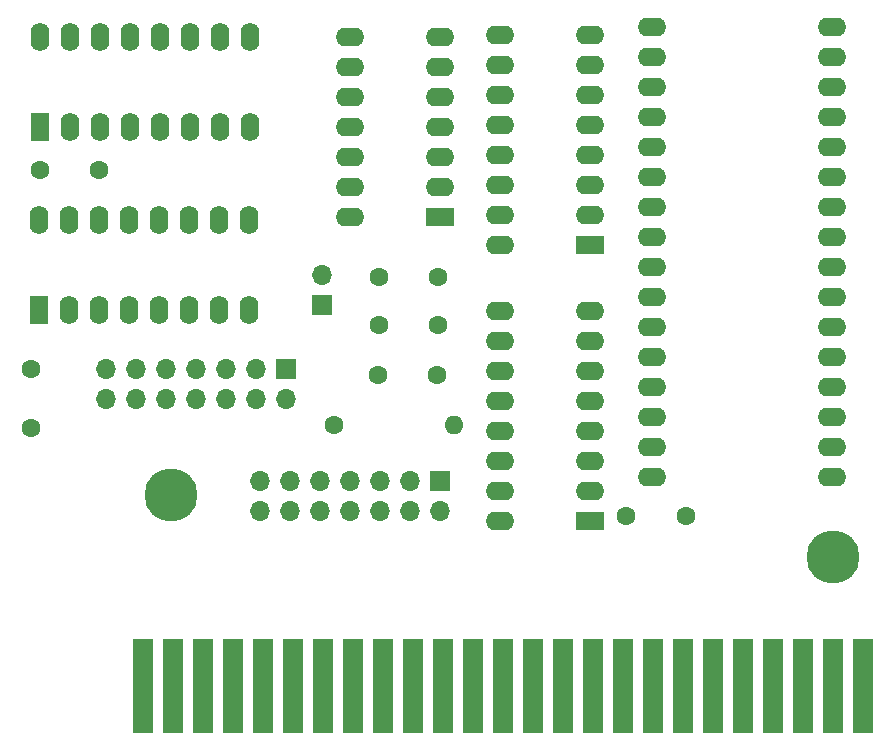
<source format=gbr>
%TF.GenerationSoftware,KiCad,Pcbnew,(6.0.2-0)*%
%TF.CreationDate,2022-04-21T10:57:24-07:00*%
%TF.ProjectId,megarom,6d656761-726f-46d2-9e6b-696361645f70,rev?*%
%TF.SameCoordinates,Original*%
%TF.FileFunction,Soldermask,Bot*%
%TF.FilePolarity,Negative*%
%FSLAX46Y46*%
G04 Gerber Fmt 4.6, Leading zero omitted, Abs format (unit mm)*
G04 Created by KiCad (PCBNEW (6.0.2-0)) date 2022-04-21 10:57:24*
%MOMM*%
%LPD*%
G01*
G04 APERTURE LIST*
%ADD10O,2.400000X1.600000*%
%ADD11R,1.600000X2.400000*%
%ADD12O,1.600000X2.400000*%
%ADD13C,1.600000*%
%ADD14R,2.400000X1.600000*%
%ADD15O,1.600000X1.600000*%
%ADD16R,1.700000X1.700000*%
%ADD17O,1.700000X1.700000*%
%ADD18R,1.800000X8.000000*%
%ADD19C,4.500000*%
G04 APERTURE END LIST*
D10*
%TO.C,U4*%
X149890800Y-100736400D03*
X149890800Y-98196400D03*
X149890800Y-95656400D03*
X149890800Y-93116400D03*
X149890800Y-90576400D03*
X149890800Y-88036400D03*
X149890800Y-85496400D03*
X149890800Y-82956400D03*
X149890800Y-80416400D03*
X149890800Y-77876400D03*
X149890800Y-75336400D03*
X149890800Y-72796400D03*
X149890800Y-70256400D03*
X149890800Y-67716400D03*
X149890800Y-65176400D03*
X149890800Y-62636400D03*
X165130800Y-62636400D03*
X165130800Y-65176400D03*
X165130800Y-67716400D03*
X165130800Y-70256400D03*
X165130800Y-72796400D03*
X165130800Y-75336400D03*
X165130800Y-77876400D03*
X165130800Y-80416400D03*
X165130800Y-82956400D03*
X165130800Y-85496400D03*
X165130800Y-88036400D03*
X165130800Y-90576400D03*
X165130800Y-93116400D03*
X165130800Y-95656400D03*
X165130800Y-98196400D03*
X165130800Y-100736400D03*
%TD*%
D11*
%TO.C,U2*%
X98008200Y-86578200D03*
D12*
X100548200Y-86578200D03*
X103088200Y-86578200D03*
X105628200Y-86578200D03*
X108168200Y-86578200D03*
X110708200Y-86578200D03*
X113248200Y-86578200D03*
X115788200Y-86578200D03*
X115788200Y-78958200D03*
X113248200Y-78958200D03*
X110708200Y-78958200D03*
X108168200Y-78958200D03*
X105628200Y-78958200D03*
X103088200Y-78958200D03*
X100548200Y-78958200D03*
X98008200Y-78958200D03*
%TD*%
D13*
%TO.C,C6*%
X131684400Y-92100400D03*
X126684400Y-92100400D03*
%TD*%
%TO.C,C5*%
X131775200Y-87833200D03*
X126775200Y-87833200D03*
%TD*%
D14*
%TO.C,U6*%
X144627600Y-104444800D03*
D10*
X144627600Y-101904800D03*
X144627600Y-99364800D03*
X144627600Y-96824800D03*
X144627600Y-94284800D03*
X144627600Y-91744800D03*
X144627600Y-89204800D03*
X144627600Y-86664800D03*
X137007600Y-86664800D03*
X137007600Y-89204800D03*
X137007600Y-91744800D03*
X137007600Y-94284800D03*
X137007600Y-96824800D03*
X137007600Y-99364800D03*
X137007600Y-101904800D03*
X137007600Y-104444800D03*
%TD*%
D14*
%TO.C,U5*%
X144627600Y-81127600D03*
D10*
X144627600Y-78587600D03*
X144627600Y-76047600D03*
X144627600Y-73507600D03*
X144627600Y-70967600D03*
X144627600Y-68427600D03*
X144627600Y-65887600D03*
X144627600Y-63347600D03*
X137007600Y-63347600D03*
X137007600Y-65887600D03*
X137007600Y-68427600D03*
X137007600Y-70967600D03*
X137007600Y-73507600D03*
X137007600Y-76047600D03*
X137007600Y-78587600D03*
X137007600Y-81127600D03*
%TD*%
D13*
%TO.C,R1*%
X122936000Y-96316800D03*
D15*
X133096000Y-96316800D03*
%TD*%
D16*
%TO.C,P8*%
X121920000Y-86156800D03*
D17*
X121920000Y-83616800D03*
%TD*%
D16*
%TO.C,P7*%
X118922800Y-91592400D03*
D17*
X118922800Y-94132400D03*
X116382800Y-91592400D03*
X116382800Y-94132400D03*
X113842800Y-91592400D03*
X113842800Y-94132400D03*
X111302800Y-91592400D03*
X111302800Y-94132400D03*
X108762800Y-91592400D03*
X108762800Y-94132400D03*
X106222800Y-91592400D03*
X106222800Y-94132400D03*
X103682800Y-91592400D03*
X103682800Y-94132400D03*
%TD*%
D14*
%TO.C,U1*%
X131891800Y-78694200D03*
D10*
X131891800Y-76154200D03*
X131891800Y-73614200D03*
X131891800Y-71074200D03*
X131891800Y-68534200D03*
X131891800Y-65994200D03*
X131891800Y-63454200D03*
X124271800Y-63454200D03*
X124271800Y-65994200D03*
X124271800Y-68534200D03*
X124271800Y-71074200D03*
X124271800Y-73614200D03*
X124271800Y-76154200D03*
X124271800Y-78694200D03*
%TD*%
D13*
%TO.C,C4*%
X98084000Y-74726800D03*
X103084000Y-74726800D03*
%TD*%
D11*
%TO.C,U3*%
X98059000Y-71135000D03*
D12*
X100599000Y-71135000D03*
X103139000Y-71135000D03*
X105679000Y-71135000D03*
X108219000Y-71135000D03*
X110759000Y-71135000D03*
X113299000Y-71135000D03*
X115839000Y-71135000D03*
X115839000Y-63515000D03*
X113299000Y-63515000D03*
X110759000Y-63515000D03*
X108219000Y-63515000D03*
X105679000Y-63515000D03*
X103139000Y-63515000D03*
X100599000Y-63515000D03*
X98059000Y-63515000D03*
%TD*%
D18*
%TO.C,P1*%
X106822240Y-118412640D03*
X109362240Y-118412640D03*
X111902240Y-118412640D03*
X114442240Y-118412640D03*
X116982240Y-118412640D03*
X119522240Y-118412640D03*
X122062240Y-118412640D03*
X124602240Y-118412640D03*
X127142240Y-118412640D03*
X129682240Y-118412640D03*
X132222240Y-118412640D03*
X134762240Y-118412640D03*
X137302240Y-118412640D03*
X139842240Y-118412640D03*
X142382240Y-118412640D03*
X144922240Y-118412640D03*
X147462240Y-118412640D03*
X150002240Y-118412640D03*
X152542240Y-118412640D03*
X155082240Y-118412640D03*
X157622240Y-118412640D03*
X160162240Y-118412640D03*
X162702240Y-118412640D03*
X165242240Y-118412640D03*
X167782240Y-118412640D03*
D19*
X109166660Y-102280720D03*
X165166040Y-107482640D03*
%TD*%
D13*
%TO.C,C2*%
X97282000Y-91581600D03*
X97282000Y-96581600D03*
%TD*%
%TO.C,C1*%
X126786000Y-83820000D03*
X131786000Y-83820000D03*
%TD*%
D16*
%TO.C,P2*%
X131927600Y-101041200D03*
D17*
X131927600Y-103581200D03*
X129387600Y-101041200D03*
X129387600Y-103581200D03*
X126847600Y-101041200D03*
X126847600Y-103581200D03*
X124307600Y-101041200D03*
X124307600Y-103581200D03*
X121767600Y-101041200D03*
X121767600Y-103581200D03*
X119227600Y-101041200D03*
X119227600Y-103581200D03*
X116687600Y-101041200D03*
X116687600Y-103581200D03*
%TD*%
D13*
%TO.C,C3*%
X147715600Y-104038400D03*
X152715600Y-104038400D03*
%TD*%
M02*

</source>
